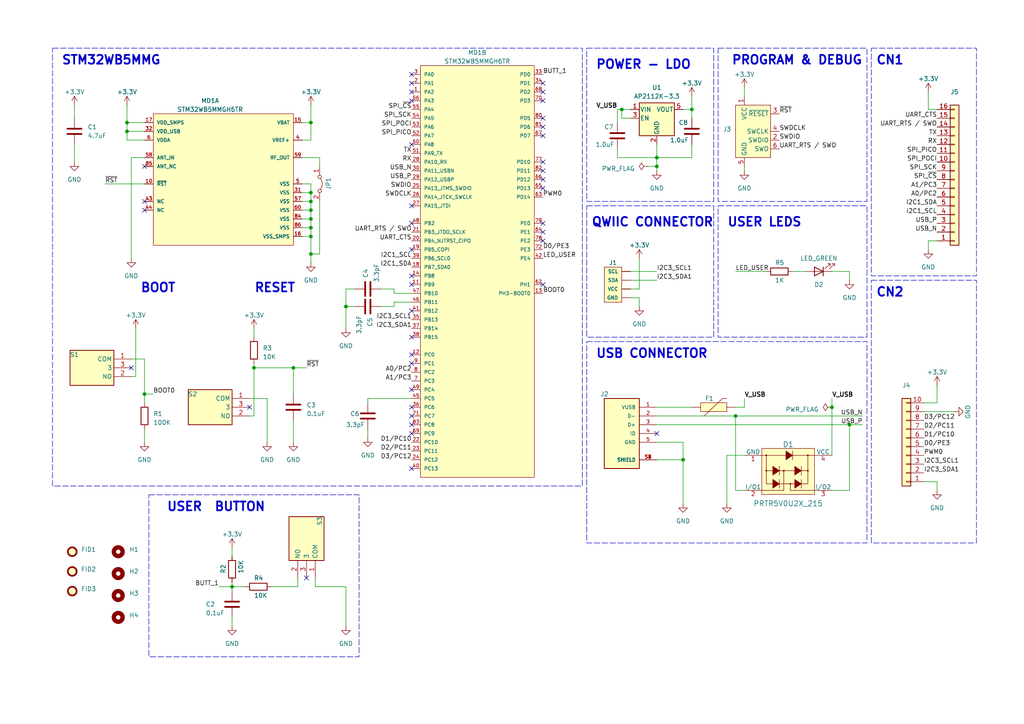
<source format=kicad_sch>
(kicad_sch (version 20230121) (generator eeschema)
  (paper "A4")
  (title_block (title "${project_name}") (date "2023-11-06") (rev "01") (company "Applied Sensors") (comment 1 "Designer: Dima Shlenkevitch"))
  (junction (at 85.09 106.68))
  (junction (at 73.66 106.68))
  (junction (at 36.83 38.1))
  (junction (at 90.17 68.58))
  (junction (at 241.3 118.11))
  (junction (at 41.91 114.3))
  (junction (at 90.17 35.56))
  (junction (at 198.12 133.35))
  (junction (at 90.17 66.04))
  (junction (at 180.34 31.75))
  (junction (at 190.5 48.26))
  (junction (at 90.17 58.42))
  (junction (at 90.17 73.66))
  (junction (at 90.17 60.96))
  (junction (at 213.36 120.65))
  (junction (at 67.31 170.18))
  (junction (at 90.17 55.88))
  (junction (at 200.66 31.75))
  (junction (at 190.5 45.72))
  (junction (at 100.33 88.9))
  (junction (at 90.17 63.5))
  (junction (at 36.83 35.56))
  (junction (at 246.38 123.19))
  (no_connect (at 157.48 34.29))
  (no_connect (at 157.48 29.21))
  (no_connect (at 119.38 90.17))
  (no_connect (at 119.38 123.19))
  (no_connect (at 157.48 24.13))
  (no_connect (at 157.48 82.55))
  (no_connect (at 119.38 80.01))
  (no_connect (at 119.38 125.73))
  (no_connect (at 119.38 135.89))
  (no_connect (at 119.38 72.39))
  (no_connect (at 38.1 106.68))
  (no_connect (at 119.38 29.21))
  (no_connect (at 88.9 167.64))
  (no_connect (at 119.38 105.41))
  (no_connect (at 119.38 64.77))
  (no_connect (at 157.48 49.53))
  (no_connect (at 41.91 60.96))
  (no_connect (at 119.38 113.03))
  (no_connect (at 157.48 64.77))
  (no_connect (at 157.48 36.83))
  (no_connect (at 157.48 52.07))
  (no_connect (at 41.91 48.26))
  (no_connect (at 72.39 118.11))
  (no_connect (at 157.48 46.99))
  (no_connect (at 119.38 102.87))
  (no_connect (at 157.48 26.67))
  (no_connect (at 119.38 21.59))
  (no_connect (at 119.38 120.65))
  (no_connect (at 119.38 118.11))
  (no_connect (at 41.91 58.42))
  (no_connect (at 190.5 125.73))
  (no_connect (at 119.38 24.13))
  (no_connect (at 119.38 97.79))
  (no_connect (at 119.38 26.67))
  (no_connect (at 157.48 39.37))
  (no_connect (at 119.38 41.91))
  (no_connect (at 157.48 54.61))
  (no_connect (at 157.48 67.31))
  (no_connect (at 119.38 59.69))
  (no_connect (at 157.48 69.85))
  (no_connect (at 119.38 82.55))
  (wire (pts (xy 72.39 115.57) (xy 77.47 115.57)))
  (wire (pts (xy 87.63 55.88) (xy 90.17 55.88)))
  (wire (pts (xy 36.83 38.1) (xy 36.83 35.56)))
  (wire (pts (xy 77.47 115.57) (xy 77.47 128.27)))
  (wire (pts (xy 185.42 74.93) (xy 185.42 83.82)))
  (wire (pts (xy 179.07 45.72) (xy 190.5 45.72)))
  (wire (pts (xy 91.44 170.18) (xy 100.33 170.18)))
  (wire (pts (xy 271.78 111.76) (xy 271.78 116.84)))
  (wire (pts (xy 246.38 123.19) (xy 250.19 123.19)))
  (wire (pts (xy 179.07 31.75) (xy 179.07 35.56)))
  (wire (pts (xy 21.59 30.48) (xy 21.59 34.29)))
  (wire (pts (xy 185.42 88.9) (xy 185.42 86.36)))
  (wire (pts (xy 179.07 31.75) (xy 180.34 31.75)))
  (wire (pts (xy 85.09 114.3) (xy 85.09 106.68)))
  (wire (pts (xy 73.66 106.68) (xy 73.66 120.65)))
  (wire (pts (xy 269.24 69.85) (xy 271.78 69.85)))
  (wire (pts (xy 90.17 66.04) (xy 90.17 68.58)))
  (wire (pts (xy 90.17 55.88) (xy 90.17 58.42)))
  (wire (pts (xy 119.38 85.09) (xy 114.3 85.09)))
  (wire (pts (xy 114.3 83.82) (xy 110.49 83.82)))
  (wire (pts (xy 87.63 68.58) (xy 90.17 68.58)))
  (wire (pts (xy 87.63 40.64) (xy 90.17 40.64)))
  (wire (pts (xy 190.5 123.19) (xy 246.38 123.19)))
  (wire (pts (xy 114.3 87.63) (xy 114.3 88.9)))
  (wire (pts (xy 90.17 58.42) (xy 90.17 60.96)))
  (wire (pts (xy 87.63 66.04) (xy 90.17 66.04)))
  (wire (pts (xy 241.3 118.11) (xy 241.3 132.08)))
  (wire (pts (xy 229.87 78.74) (xy 233.68 78.74)))
  (wire (pts (xy 86.36 170.18) (xy 86.36 167.64)))
  (wire (pts (xy 200.66 45.72) (xy 200.66 41.91)))
  (wire (pts (xy 63.5 170.18) (xy 67.31 170.18)))
  (wire (pts (xy 269.24 72.39) (xy 269.24 69.85)))
  (wire (pts (xy 119.38 87.63) (xy 114.3 87.63)))
  (wire (pts (xy 213.36 120.65) (xy 250.19 120.65)))
  (wire (pts (xy 210.82 132.08) (xy 210.82 146.05)))
  (wire (pts (xy 241.3 115.57) (xy 241.3 118.11)))
  (wire (pts (xy 87.63 63.5) (xy 90.17 63.5)))
  (wire (pts (xy 182.88 81.28) (xy 190.5 81.28)))
  (wire (pts (xy 36.83 40.64) (xy 36.83 38.1)))
  (wire (pts (xy 213.36 78.74) (xy 222.25 78.74)))
  (wire (pts (xy 41.91 38.1) (xy 36.83 38.1)))
  (wire (pts (xy 106.68 115.57) (xy 106.68 116.84)))
  (wire (pts (xy 36.83 35.56) (xy 41.91 35.56)))
  (wire (pts (xy 179.07 43.18) (xy 179.07 45.72)))
  (wire (pts (xy 246.38 123.19) (xy 246.38 142.24)))
  (wire (pts (xy 92.71 45.72) (xy 87.63 45.72)))
  (wire (pts (xy 180.34 31.75) (xy 182.88 31.75)))
  (wire (pts (xy 190.5 45.72) (xy 190.5 48.26)))
  (wire (pts (xy 90.17 53.34) (xy 90.17 55.88)))
  (wire (pts (xy 91.44 167.64) (xy 91.44 170.18)))
  (wire (pts (xy 73.66 106.68) (xy 85.09 106.68)))
  (wire (pts (xy 90.17 35.56) (xy 87.63 35.56)))
  (wire (pts (xy 73.66 105.41) (xy 73.66 106.68)))
  (wire (pts (xy 215.9 25.4) (xy 215.9 27.94)))
  (wire (pts (xy 72.39 120.65) (xy 73.66 120.65)))
  (wire (pts (xy 30.48 53.34) (xy 41.91 53.34)))
  (wire (pts (xy 198.12 128.27) (xy 190.5 128.27)))
  (wire (pts (xy 41.91 114.3) (xy 41.91 116.84)))
  (wire (pts (xy 271.78 116.84) (xy 267.97 116.84)))
  (wire (pts (xy 198.12 31.75) (xy 200.66 31.75)))
  (wire (pts (xy 85.09 106.68) (xy 88.9 106.68)))
  (wire (pts (xy 215.9 132.08) (xy 210.82 132.08)))
  (wire (pts (xy 271.78 142.24) (xy 271.78 139.7)))
  (wire (pts (xy 41.91 114.3) (xy 44.45 114.3)))
  (wire (pts (xy 41.91 124.46) (xy 41.91 128.27)))
  (wire (pts (xy 198.12 133.35) (xy 198.12 128.27)))
  (wire (pts (xy 215.9 142.24) (xy 213.36 142.24)))
  (wire (pts (xy 41.91 104.14) (xy 41.91 114.3)))
  (wire (pts (xy 246.38 142.24) (xy 241.3 142.24)))
  (wire (pts (xy 185.42 86.36) (xy 182.88 86.36)))
  (wire (pts (xy 67.31 170.18) (xy 71.12 170.18)))
  (wire (pts (xy 114.3 85.09) (xy 114.3 83.82)))
  (wire (pts (xy 38.1 104.14) (xy 41.91 104.14)))
  (wire (pts (xy 190.5 120.65) (xy 213.36 120.65)))
  (wire (pts (xy 92.71 45.72) (xy 92.71 48.26)))
  (wire (pts (xy 106.68 124.46) (xy 106.68 127)))
  (wire (pts (xy 36.83 30.48) (xy 36.83 35.56)))
  (wire (pts (xy 100.33 95.25) (xy 100.33 88.9)))
  (wire (pts (xy 100.33 88.9) (xy 102.87 88.9)))
  (wire (pts (xy 67.31 179.07) (xy 67.31 181.61)))
  (wire (pts (xy 38.1 74.93) (xy 38.1 45.72)))
  (wire (pts (xy 200.66 31.75) (xy 200.66 34.29)))
  (wire (pts (xy 100.33 83.82) (xy 100.33 88.9)))
  (wire (pts (xy 102.87 83.82) (xy 100.33 83.82)))
  (wire (pts (xy 87.63 60.96) (xy 90.17 60.96)))
  (wire (pts (xy 200.66 27.94) (xy 200.66 31.75)))
  (wire (pts (xy 87.63 53.34) (xy 90.17 53.34)))
  (wire (pts (xy 190.5 48.26) (xy 190.5 49.53)))
  (wire (pts (xy 90.17 68.58) (xy 90.17 73.66)))
  (wire (pts (xy 67.31 170.18) (xy 67.31 171.45)))
  (wire (pts (xy 110.49 88.9) (xy 114.3 88.9)))
  (wire (pts (xy 90.17 30.48) (xy 90.17 35.56)))
  (wire (pts (xy 85.09 121.92) (xy 85.09 128.27)))
  (wire (pts (xy 198.12 146.05) (xy 198.12 133.35)))
  (wire (pts (xy 213.36 120.65) (xy 213.36 142.24)))
  (wire (pts (xy 67.31 158.75) (xy 67.31 161.29)))
  (wire (pts (xy 38.1 45.72) (xy 41.91 45.72)))
  (wire (pts (xy 269.24 31.75) (xy 271.78 31.75)))
  (wire (pts (xy 187.96 48.26) (xy 190.5 48.26)))
  (wire (pts (xy 182.88 34.29) (xy 180.34 34.29)))
  (wire (pts (xy 92.71 73.66) (xy 90.17 73.66)))
  (wire (pts (xy 215.9 48.26) (xy 215.9 49.53)))
  (wire (pts (xy 246.38 81.28) (xy 246.38 78.74)))
  (wire (pts (xy 90.17 40.64) (xy 90.17 35.56)))
  (wire (pts (xy 78.74 170.18) (xy 86.36 170.18)))
  (wire (pts (xy 92.71 73.66) (xy 92.71 58.42)))
  (wire (pts (xy 73.66 95.25) (xy 73.66 97.79)))
  (wire (pts (xy 67.31 168.91) (xy 67.31 170.18)))
  (wire (pts (xy 87.63 58.42) (xy 90.17 58.42)))
  (wire (pts (xy 100.33 170.18) (xy 100.33 181.61)))
  (wire (pts (xy 190.5 118.11) (xy 200.66 118.11)))
  (wire (pts (xy 190.5 41.91) (xy 190.5 45.72)))
  (wire (pts (xy 41.91 40.64) (xy 36.83 40.64)))
  (wire (pts (xy 106.68 115.57) (xy 119.38 115.57)))
  (wire (pts (xy 21.59 41.91) (xy 21.59 46.99)))
  (wire (pts (xy 190.5 133.35) (xy 198.12 133.35)))
  (wire (pts (xy 39.37 95.25) (xy 39.37 109.22)))
  (wire (pts (xy 39.37 109.22) (xy 38.1 109.22)))
  (wire (pts (xy 246.38 78.74) (xy 241.3 78.74)))
  (wire (pts (xy 90.17 60.96) (xy 90.17 63.5)))
  (wire (pts (xy 90.17 63.5) (xy 90.17 66.04)))
  (wire (pts (xy 190.5 45.72) (xy 200.66 45.72)))
  (wire (pts (xy 267.97 119.38) (xy 276.86 119.38)))
  (wire (pts (xy 90.17 73.66) (xy 90.17 76.2)))
  (wire (pts (xy 269.24 26.67) (xy 269.24 31.75)))
  (wire (pts (xy 182.88 78.74) (xy 190.5 78.74)))
  (wire (pts (xy 215.9 115.57) (xy 215.9 118.11)))
  (wire (pts (xy 185.42 83.82) (xy 182.88 83.82)))
  (wire (pts (xy 215.9 118.11) (xy 213.36 118.11)))
  (wire (pts (xy 271.78 139.7) (xy 267.97 139.7)))
  (wire (pts (xy 180.34 31.75) (xy 180.34 34.29)))
  (rectangle (start 252.73 81.28) (end 283.21 157.48) (stroke (width 0) (type dash)))
  (rectangle (start 170.18 13.97) (end 207.01 58.42) (stroke (width 0) (type dash)))
  (rectangle (start 170.18 99.06) (end 251.46 157.48) (stroke (width 0) (type dash)))
  (rectangle (start 43.18 143.51) (end 104.14 190.5) (stroke (width 0) (type dash)))
  (rectangle (start 208.28 59.69) (end 251.46 97.79) (stroke (width 0) (type dash)))
  (rectangle (start 15.24 13.97) (end 168.91 140.97) (stroke (width 0) (type dash)))
  (rectangle (start 252.73 13.97) (end 283.21 80.01) (stroke (width 0) (type dash)))
  (rectangle (start 311.15 -15.24) (end 311.15 -15.24))
  (rectangle (start 170.18 59.69) (end 207.01 97.79) (stroke (width 0) (type dash)))
  (rectangle (start 208.28 13.97) (end 251.46 58.42) (stroke (width 0) (type dash)))
  (text "USB CONNECTOR" (at 172.72 104.14 0) (effects (font (size 2.54 2.54) (thickness 0.508) bold) (justify left bottom)))
  (text "POWER - LDO" (at 172.72 20.32 0) (effects (font (size 2.54 2.54) (thickness 0.508) bold) (justify left bottom)))
  (text "QWIIC CONNECTOR" (at 171.45 66.04 0) (effects (font (size 2.54 2.54) (thickness 0.508) bold) (justify left bottom)))
  (text "RESET" (at 73.66 85.09 0) (effects (font (size 2.54 2.54) (thickness 0.508) bold) (justify left bottom)))
  (text "USER LEDS" (at 210.82 66.04 0) (effects (font (size 2.54 2.54) (thickness 0.508) bold) (justify left bottom)))
  (text "CN2" (at 254 86.36 0) (effects (font (size 2.54 2.54) (thickness 0.508) bold) (justify left bottom)))
  (text "USER  BUTTON" (at 48.26 148.59 0) (effects (font (size 2.54 2.54) (thickness 0.508) bold) (justify left bottom)))
  (text "BOOT" (at 40.64 85.09 0) (effects (font (size 2.54 2.54) (thickness 0.508) bold) (justify left bottom)))
  (text "PROGRAM & DEBUG" (at 212.09 19.05 0) (effects (font (size 2.54 2.54) (thickness 0.508) bold) (justify left bottom)))
  (text "CN1" (at 254 19.05 0) (effects (font (size 2.54 2.54) (thickness 0.508) bold) (justify left bottom)))
  (text "STM32WB5MMG" (at 17.78 19.05 0) (effects (font (size 2.54 2.54) (thickness 0.508) bold) (justify left bottom)))
  (label "A0{slash}PC2" (at 119.38 107.95 180))
  (label "TX" (at 119.38 44.45 180))
  (label "UART_RTS {slash} SWO" (at 271.78 36.83 180))
  (label "USB_N" (at 119.38 49.53 180))
  (label "D0{slash}PE3" (at 267.97 129.54 0))
  (label "PWM0" (at 267.97 132.08 0))
  (label "LED_USER" (at 213.36 78.74 0))
  (label "UART_CTS" (at 271.78 34.29 180))
  (label "V_USB" (at 215.9 115.57 0) (effects (font bold)))
  (label "D1{slash}PC10" (at 119.38 128.27 180))
  (label "BOOT0" (at 157.48 85.09 0))
  (label "I2C1_SCL" (at 119.38 74.93 180))
  (label "LED_USER" (at 157.48 74.93 0))
  (label "D3{slash}PC12" (at 119.38 133.35 180))
  (label "SPI_~{CS}" (at 271.78 52.07 180))
  (label "D0{slash}PE3" (at 157.48 72.39 0))
  (label "~{RST}" (at 30.48 53.34 0))
  (label "I2C1_SDA" (at 271.78 59.69 180))
  (label "UART_RTS {slash} SWO" (at 119.38 67.31 180))
  (label "SPI_POCI" (at 271.78 46.99 180))
  (label "UART_RTS {slash} SWO" (at 226.06 43.18 0))
  (label "SWDCLK" (at 226.06 38.1 0))
  (label "V_USB" (at 179.07 31.75 180) (effects (font bold)))
  (label "A1{slash}PC3" (at 271.78 54.61 180))
  (label "I2C3_SCL1" (at 267.97 134.62 0))
  (label "SWDIO" (at 119.38 54.61 180))
  (label "USB_P" (at 271.78 64.77 180))
  (label "USB_N" (at 271.78 67.31 180))
  (label "RX" (at 271.78 41.91 180))
  (label "BUTT_1" (at 157.48 21.59 0))
  (label "SPI_~{CS}" (at 119.38 31.75 180))
  (label "~{RST}" (at 226.06 33.02 0))
  (label "V_USB" (at 241.3 115.57 0) (effects (font bold)))
  (label "SWDCLK" (at 119.38 57.15 180))
  (label "SPI_SCK" (at 271.78 49.53 180))
  (label "BUTT_1" (at 63.5 170.18 180))
  (label "I2C3_SCL1" (at 190.5 78.74 0))
  (label "PWM0" (at 157.48 57.15 0))
  (label "SPI_POCI" (at 119.38 36.83 180))
  (label "I2C3_SCL1" (at 119.38 92.71 180))
  (label "SPI_PICO" (at 271.78 44.45 180))
  (label "TX" (at 271.78 39.37 180))
  (label "I2C3_SDA1" (at 190.5 81.28 0))
  (label "A0{slash}PC2" (at 271.78 57.15 180))
  (label "A1{slash}PC3" (at 119.38 110.49 180))
  (label "BOOT0" (at 44.45 114.3 0))
  (label "SWDIO" (at 226.06 40.64 0))
  (label "I2C3_SDA1" (at 267.97 137.16 0))
  (label "D3{slash}PC12" (at 267.97 121.92 0))
  (label "~{RST}" (at 88.9 106.68 0))
  (label "D1{slash}PC10" (at 267.97 127 0))
  (label "I2C3_SDA1" (at 119.38 95.25 180))
  (label "D2{slash}PC11" (at 119.38 130.81 180))
  (label "USB_N" (at 250.19 120.65 180))
  (label "I2C1_SDA" (at 119.38 77.47 180))
  (label "USB_P" (at 119.38 52.07 180))
  (label "I2C1_SCL" (at 271.78 62.23 180))
  (label "UART_CTS" (at 119.38 69.85 180))
  (label "USB_P" (at 250.19 123.19 180))
  (label "SPI_SCK" (at 119.38 34.29 180))
  (label "SPI_PICO" (at 119.38 39.37 180))
  (label "RX" (at 119.38 46.99 180))
  (label "D2{slash}PC11" (at 267.97 124.46 0))
  (symbol (lib_id "power:GND") (at 38.1 74.93 0) (unit 1)
    (property "Reference" "#PWR04" (effects hide))
    (property "Value" "GND" (at 38.1 80.01 0))
  )
  (symbol (lib_id "Device:R") (at 67.31 165.1 0) (unit 1)
    (property "Reference" "R2" (at 64.77 166.37 90) (effects (justify left)))
    (property "Value" "10K" (at 69.85 166.37 90) (effects (justify left)))
    (property "Footprint" "Resistor_SMD:R_0603_1608Metric_Pad0.98x0.95mm_HandSolder" (effects hide))
  )
  (symbol (lib_id "dk_TVS-Diodes:PRTR5V0U2X_215") (at 228.6 137.16 0) (unit 1)
    (property "Reference" "D1" (at 228.6 128.905 0) (effects (font (size 1.524 1.524))))
    (property "Value" "PRTR5V0U2X_215" (at 228.6 146.05 0) (effects (font (size 1.524 1.524))))
    (property "Footprint" "digikey-footprints:TO-253-4" (effects hide))
    (property "Datasheet" "https://assets.nexperia.com/documents/data-sheet/PRTR5V0U2X.pdf" (effects hide))
    (property "Digi-Key_PN" "1727-3884-1-ND" (effects hide))
    (property "MPN" "PRTR5V0U2X,215" (effects hide))
    (property "Category" "Circuit Protection" (effects hide))
    (property "Family" "TVS - Diodes" (effects hide))
    (property "DK_Datasheet_Link" "https://assets.nexperia.com/documents/data-sheet/PRTR5V0U2X.pdf" (effects hide))
    (property "DK_Detail_Page" "/product-detail/en/nexperia-usa-inc/PRTR5V0U2X,215/1727-3884-1-ND/1589981" (effects hide))
    (property "Description" "TVS DIODE 5.5V SOT143B" (effects hide))
    (property "Manufacturer" "Nexperia USA Inc." (effects hide))
    (property "Status" "Active" (effects hide))
  )
  (symbol (lib_id "Regulator_Linear:AP2112K-3.3") (at 190.5 34.29 0) (unit 1)
    (property "Reference" "U1" (at 190.5 25.4 0))
    (property "Value" "AP2112K-3.3" (at 190.5 27.94 0))
    (property "Footprint" "Package_TO_SOT_SMD:SOT-23-5" (effects hide))
    (property "Datasheet" "https://www.diodes.com/assets/Datasheets/AP2112.pdf" (effects hide))
  )
  (symbol (lib_id "power:GND") (at 269.24 72.39 0) (unit 1)
    (property "Reference" "#PWR027" (effects hide))
    (property "Value" "GND" (at 269.24 77.47 0))
  )
  (symbol (lib_id "power:GND") (at 90.17 76.2 0) (unit 1)
    (property "Reference" "#PWR013" (effects hide))
    (property "Value" "GND" (at 90.17 81.28 0))
  )
  (symbol (lib_id "Mechanical:Fiducial") (at 20.955 160.02 0) (unit 1)
    (property "Reference" "FID1" (at 23.495 159.385 0) (effects (justify left)))
    (property "Value" "Fiducial" (effects hide))
    (property "Footprint" "Fiducial:Fiducial_0.75mm_Mask1.5mm" (effects hide))
  )
  (symbol (lib_id "Device:C") (at 21.59 38.1 0) (unit 1)
    (property "Reference" "C1" (at 25.4 36.83 0) (effects (justify left)))
    (property "Value" "4.7uF" (at 25.4 39.37 0) (effects (justify left)))
    (property "Footprint" "Capacitor_SMD:C_0603_1608Metric_Pad1.08x0.95mm_HandSolder" (effects hide))
  )
  (symbol (lib_id "power:+3.3V") (at 200.66 27.94 0) (unit 1)
    (property "Reference" "#PWR021" (effects hide))
    (property "Value" "+3.3V" (at 200.66 24.13 0))
  )
  (symbol (lib_id "power:+3.3V") (at 73.66 95.25 0) (unit 1)
    (property "Reference" "#PWR09" (effects hide))
    (property "Value" "+3.3V" (at 73.66 91.44 0))
  )
  (symbol (lib_id "Mechanical:MountingHole") (at 34.29 166.37 0) (unit 1)
    (property "Reference" "H2" (at 37.465 165.735 0) (effects (justify left)))
    (property "Value" "MountingHole" (effects hide))
    (property "Footprint" "MountingHole:MountingHole_2mm" (effects hide))
  )
  (symbol (lib_id "power:GND") (at 210.82 146.05 0) (unit 1)
    (property "Reference" "#PWR022" (effects hide))
    (property "Value" "GND" (at 210.82 151.13 0))
  )
  (symbol (lib_id "power:+3.3V") (at 271.78 111.76 0) (unit 1)
    (property "Reference" "#PWR028" (effects hide))
    (property "Value" "+3.3V" (at 271.78 107.95 0))
  )
  (symbol (lib_id "SparkFun-Connectors:I2C_STANDARDQWIIC") (at 180.34 86.36 0) (unit 1)
    (property "Reference" "J1" (at 177.8 76.2 0))
    (property "Value" "I2C_STANDARDQWIIC" (effects hide))
    (property "Footprint" "Connector_JST:JST_SH_SM04B-SRSS-TB_1x04-1MP_P1.00mm_Horizontal" (effects hide))
    (property "Field4" "CONN-13729" (effects hide))
  )
  (symbol (lib_id "power:GND") (at 190.5 49.53 0) (unit 1)
    (property "Reference" "#PWR019" (effects hide))
    (property "Value" "GND" (at 190.5 54.61 0))
  )
  (symbol (lib_id "Device:R") (at 41.91 120.65 0) (unit 1)
    (property "Reference" "R1" (at 44.45 120.015 0) (effects (justify left)))
    (property "Value" "100K" (at 44.45 122.555 0) (effects (justify left)))
    (property "Footprint" "Resistor_SMD:R_0603_1608Metric_Pad0.98x0.95mm_HandSolder" (effects hide))
  )
  (symbol (lib_id "power:GND") (at 41.91 128.27 0) (unit 1)
    (property "Reference" "#PWR06" (effects hide))
    (property "Value" "GND" (at 41.91 133.35 0))
  )
  (symbol (lib_id "power:+3.3V") (at 67.31 158.75 0) (unit 1)
    (property "Reference" "#PWR07" (effects hide))
    (property "Value" "+3.3V" (at 67.31 154.94 0))
  )
  (symbol (lib_id "Mechanical:MountingHole") (at 34.29 160.02 0) (unit 1)
    (property "Reference" "H1" (at 37.465 159.385 0) (effects (justify left)))
    (property "Value" "MountingHole" (effects hide))
    (property "Footprint" "MountingHole:MountingHole_2mm" (effects hide))
  )
  (symbol (lib_id "power:+3.3V") (at 215.9 25.4 0) (unit 1)
    (property "Reference" "#PWR023" (effects hide))
    (property "Value" "+3.3V" (at 215.9 21.59 0))
  )
  (symbol (lib_id "SparkFun-Fuses:PPTC_HALF-AMP") (at 205.74 118.11 0) (unit 1)
    (property "Reference" "F1" (at 205.74 115.57 0))
    (property "Value" "PPTC_HALF-AMP" (effects hide))
    (property "Footprint" "Fuse:Fuse_1206_3216Metric_Pad1.42x1.75mm_HandSolder" (effects hide))
    (property "Field4" "RES-08585" (effects hide))
  )
  (symbol (lib_id "power:+3.3V") (at 269.24 26.67 0) (unit 1)
    (property "Reference" "#PWR026" (effects hide))
    (property "Value" "+3.3V" (at 269.24 22.86 0))
  )
  (symbol (lib_id "power:GND") (at 246.38 81.28 0) (unit 1)
    (property "Reference" "#PWR025" (effects hide))
    (property "Value" "GND" (at 246.38 86.36 0))
  )
  (symbol (lib_id "Device:C") (at 179.07 39.37 180) (unit 1)
    (property "Reference" "C7" (at 175.26 36.83 0) (effects (justify right)))
    (property "Value" "1.0uF" (at 172.72 41.91 0) (effects (justify right)))
    (property "Footprint" "Capacitor_SMD:C_0603_1608Metric_Pad1.08x0.95mm_HandSolder" (effects hide))
  )
  (symbol (lib_id "power:GND") (at 77.47 128.27 0) (unit 1)
    (property "Reference" "#PWR010" (effects hide))
    (property "Value" "GND" (at 77.47 133.35 0))
  )
  (symbol (lib_id "power:+3.3V") (at 21.59 30.48 0) (unit 1)
    (property "Reference" "#PWR01" (effects hide))
    (property "Value" "+3.3V" (at 21.59 26.67 0))
  )
  (symbol (lib_id "STM32WB5MMGH6TR-MFG:STM32WB5MMGH6TR") (at 116.84 21.59 0) (unit 2)
    (property "Reference" "MD1" (at 138.43 15.24 0))
    (property "Value" "STM32WB5MMGH6TR" (at 138.43 17.78 0))
    (property "Footprint" "STM32WB5MMGH6TR-MFG:STM32WB5MMGH6TR-MFG" (effects hide))
    (property "Datasheet" "https://www.mouser.fr/datasheet/2/389/stm32wb5mmg-1948585.pdf" (effects hide))
    (property "ambient temperature range high" "+85°C" (effects hide))
    (property "ambient temperature range low" "-40°C" (effects hide))
    (property "automotive" "No" (effects hide))
    (property "category" "UNK" (effects hide))
    (property "data rate" "2Mbits/s" (effects hide))
    (property "device class L1" "Integrated Circuits (ICs)" (effects hide))
    (property "device class L2" "RF Semiconductors and Devices" (effects hide))
    (property "device class L3" "Transceivers" (effects hide))
    (property "digikey description" "ULTRA-LOW-POWER DUAL CORE ARM CO" (effects hide))
    (property "digikey part number" "497-STM32WB5MMGH6CT-ND" (effects hide))
    (property "height" "1.428mm" (effects hide))
    (property "interface" "I2C,SPI,UART,USART,USB,IrDA,SMBus" (effects hide))
    (property "lead free" "Yes" (effects hide))
    (property "library id" "e9bd2d8f51095f5d" (effects hide))
    (property "manufacturer" "STMicroelectronics" (effects hide))
    (property "max frequency" "2.4GHz" (effects hide))
    (property "max supply voltage" "3.6V" (effects hide))
    (property "min supply voltage" "1.71V" (effects hide))
    (property "mouser part number" "511-STM32WB5MMGH6TR" (effects hide))
    (property "number of GPIO" "68" (effects hide))
    (property "package" "LGA86" (effects hide))
    (property "rohs" "Yes" (effects hide))
    (property "sensitivity" "-96dBm" (effects hide))
    (property "temperature range high" "+85°C" (effects hide))
    (property "temperature range low" "-40°C" (effects hide))
  )
  (symbol (lib_id "Device:C") (at 67.31 175.26 180) (unit 1)
    (property "Reference" "C2" (at 59.69 175.26 0) (effects (justify right)))
    (property "Value" "0.1uF" (at 59.69 177.8 0) (effects (justify right)))
    (property "Footprint" "Capacitor_SMD:C_0603_1608Metric_Pad1.08x0.95mm_HandSolder" (effects hide))
  )
  (symbol (lib_id "Mechanical:MountingHole") (at 34.29 179.07 0) (unit 1)
    (property "Reference" "H4" (at 37.465 178.435 0) (effects (justify left)))
    (property "Value" "MountingHole" (effects hide))
    (property "Footprint" "MountingHole:MountingHole_2mm" (effects hide))
  )
  (symbol (lib_id "Connector_Generic:Conn_01x10") (at 262.89 129.54 180) (unit 1)
    (property "Reference" "J4" (at 262.89 111.76 0))
    (property "Value" "Conn_01x10" (effects hide))
    (property "Footprint" "Connector_PinSocket_2.54mm:PinSocket_1x10_P2.54mm_Vertical" (effects hide))
  )
  (symbol (lib_id "power:GND") (at 67.31 181.61 0) (unit 1)
    (property "Reference" "#PWR08" (effects hide))
    (property "Value" "GND" (at 67.31 186.69 0))
  )
  (symbol (lib_id "Connector:Conn_ARM_SWD_TagConnect_TC2030") (at 218.44 38.1 0) (unit 1) (in_bom no)
    (property "Reference" "J3" (at 212.09 37.465 0) (effects (justify right)))
    (property "Value" "Conn_ARM_SWD_TagConnect_TC2030" (effects hide))
    (property "Footprint" "Connector:Tag-Connect_TC2030-IDC-NL_2x03_P1.27mm_Vertical" (effects hide))
    (property "Datasheet" "https://www.tag-connect.com/wp-content/uploads/bsk-pdf-manager/TC2030-CTX_1.pdf" (effects hide))
  )
  (symbol (lib_id "power:GND") (at 106.68 127 0) (unit 1)
    (property "Reference" "#PWR016" (effects hide))
    (property "Value" "GND" (at 106.68 132.08 0))
  )
  (symbol (lib_id "power:GND") (at 198.12 146.05 0) (unit 1)
    (property "Reference" "#PWR020" (effects hide))
    (property "Value" "GND" (at 198.12 151.13 0))
  )
  (symbol (lib_id "Device:R") (at 73.66 101.6 0) (unit 1)
    (property "Reference" "R3" (at 76.2 100.965 0) (effects (justify left)))
    (property "Value" "10K" (at 76.2 103.505 0) (effects (justify left)))
    (property "Footprint" "Resistor_SMD:R_0603_1608Metric_Pad0.98x0.95mm_HandSolder" (effects hide))
  )
  (symbol (lib_id "power:PWR_FLAG") (at 241.3 118.11 90) (unit 1)
    (property "Reference" "#FLG02" (effects hide))
    (property "Value" "PWR_FLAG" (at 237.49 118.745 90) (effects (justify left)))
  )
  (symbol (lib_id "Jumper:Jumper_2_Bridged") (at 92.71 53.34 270) (unit 1)
    (property "Reference" "JP1" (at 95.25 51.435 0) (effects (justify left)))
    (property "Value" "Jumper_2_Bridged" (effects hide))
    (property "Footprint" "Jumper:SolderJumper-2_P1.3mm_Bridged_RoundedPad1.0x1.5mm" (effects hide))
  )
  (symbol (lib_name "STM32WB5MMGH6TR_1") (lib_id "STM32WB5MMGH6TR-MFG:STM32WB5MMGH6TR") (at 39.37 35.56 0) (unit 1)
    (property "Reference" "MD1" (at 60.96 29.21 0))
    (property "Value" "STM32WB5MMGH6TR" (at 60.96 31.75 0))
    (property "Footprint" "STM32WB5MMGH6TR-MFG:STM32WB5MMGH6TR-MFG" (effects hide))
    (property "Datasheet" "https://www.mouser.fr/datasheet/2/389/stm32wb5mmg-1948585.pdf" (effects hide))
    (property "ambient temperature range high" "+85°C" (effects hide))
    (property "ambient temperature range low" "-40°C" (effects hide))
    (property "automotive" "No" (effects hide))
    (property "category" "UNK" (effects hide))
    (property "data rate" "2Mbits/s" (effects hide))
    (property "device class L1" "Integrated Circuits (ICs)" (effects hide))
    (property "device class L2" "RF Semiconductors and Devices" (effects hide))
    (property "device class L3" "Transceivers" (effects hide))
    (property "digikey description" "ULTRA-LOW-POWER DUAL CORE ARM CO" (effects hide))
    (property "digikey part number" "497-STM32WB5MMGH6CT-ND" (effects hide))
    (property "height" "1.428mm" (effects hide))
    (property "interface" "I2C,SPI,UART,USART,USB,IrDA,SMBus" (effects hide))
    (property "lead free" "Yes" (effects hide))
    (property "library id" "e9bd2d8f51095f5d" (effects hide))
    (property "manufacturer" "STMicroelectronics" (effects hide))
    (property "max frequency" "2.4GHz" (effects hide))
    (property "max supply voltage" "3.6V" (effects hide))
    (property "min supply voltage" "1.71V" (effects hide))
    (property "mouser part number" "511-STM32WB5MMGH6TR" (effects hide))
    (property "number of GPIO" "68" (effects hide))
    (property "package" "LGA86" (effects hide))
    (property "rohs" "Yes" (effects hide))
    (property "sensitivity" "-96dBm" (effects hide))
    (property "temperature range high" "+85°C" (effects hide))
    (property "temperature range low" "-40°C" (effects hide))
  )
  (symbol (lib_id "Switch-B3U-1000P-B:B3U-1000P-B") (at 72.39 120.65 180) (unit 1)
    (property "Reference" "S2" (at 55.88 114.3 0))
    (property "Value" "B3U-1000P-B" (effects hide))
    (property "Footprint" "Switch-B3U-1100P-B:Omron_Electronics_Inc-EMC_Div-B3U-1100P-B-MFG" (effects hide))
    (property "Datasheet" "http://omronfs.omron.com/en_US/ecb/products/pdf/en-b3u.pdf" (effects hide))
    (property "Height" "1" (effects hide))
    (property "Mouser Part Number" "653-B3U-1000P-B" (effects hide))
    (property "Mouser Price/Stock" "https://www.mouser.co.uk/ProductDetail/Omron-Electronics/B3U-1000P-B?qs=AO7BQMcsEu6QxhKppRpaJA%3D%3D" (effects hide))
    (property "Manufacturer_Name" "Omron Electronics" (effects hide))
    (property "Manufacturer_Part_Number" "B3U-1000P-B" (effects hide))
  )
  (symbol (lib_id "power:GND") (at 276.86 119.38 90) (unit 1)
    (property "Reference" "#PWR030" (effects hide))
    (property "Value" "GND" (at 280.7096 117.3983 0) (effects (justify right)))
  )
  (symbol (lib_id "Switch-B3U-1000P-B:B3U-1000P-B") (at 38.1 109.22 180) (unit 1)
    (property "Reference" "S1" (at 21.59 102.87 0))
    (property "Value" "B3U-1000P-B" (effects hide))
    (property "Footprint" "Switch-B3U-1100P-B:Omron_Electronics_Inc-EMC_Div-B3U-1100P-B-MFG" (effects hide))
    (property "Datasheet" "http://omronfs.omron.com/en_US/ecb/products/pdf/en-b3u.pdf" (effects hide))
    (property "Height" "1" (effects hide))
    (property "Mouser Part Number" "653-B3U-1000P-B" (effects hide))
    (property "Mouser Price/Stock" "https://www.mouser.co.uk/ProductDetail/Omron-Electronics/B3U-1000P-B?qs=AO7BQMcsEu6QxhKppRpaJA%3D%3D" (effects hide))
    (property "Manufacturer_Name" "Omron Electronics" (effects hide))
    (property "Manufacturer_Part_Number" "B3U-1000P-B" (effects hide))
  )
  (symbol (lib_id "power:GND") (at 21.59 46.99 0) (unit 1)
    (property "Reference" "#PWR02" (effects hide))
    (property "Value" "GND" (at 21.59 52.07 0))
  )
  (symbol (lib_id "power:+3.3V") (at 36.83 30.48 0) (unit 1)
    (property "Reference" "#PWR03" (effects hide))
    (property "Value" "+3.3V" (at 36.83 26.67 0))
  )
  (symbol (lib_id "power:+3.3V") (at 90.17 30.48 0) (unit 1)
    (property "Reference" "#PWR012" (effects hide))
    (property "Value" "+3.3V" (at 90.17 26.67 0))
  )
  (symbol (lib_id "Device:C") (at 85.09 118.11 0) (unit 1)
    (property "Reference" "C3" (at 88.9 117.475 0) (effects (justify left)))
    (property "Value" "0.1uF" (at 88.9 120.015 0) (effects (justify left)))
    (property "Footprint" "Capacitor_SMD:C_0603_1608Metric_Pad1.08x0.95mm_HandSolder" (effects hide))
  )
  (symbol (lib_id "Device:LED") (at 237.49 78.74 180) (unit 1)
    (property "Reference" "D2" (at 237.49 82.55 0))
    (property "Value" "LED_GREEN" (at 237.49 74.93 0))
    (property "Footprint" "LED_SMD:LED_0805_2012Metric_Pad1.15x1.40mm_HandSolder" (effects hide))
  )
  (symbol (lib_id "Mechanical:MountingHole") (at 34.29 172.72 0) (unit 1)
    (property "Reference" "H3" (at 37.465 172.085 0) (effects (justify left)))
    (property "Value" "MountingHole" (effects hide))
    (property "Footprint" "MountingHole:MountingHole_2mm" (effects hide))
  )
  (symbol (lib_id "Device:C") (at 106.68 83.82 270) (unit 1)
    (property "Reference" "C4" (at 106.045 80.645 0) (effects (justify right)))
    (property "Value" "3.3pF" (at 109.22 81.915 0) (effects (justify right)))
    (property "Footprint" "Capacitor_SMD:C_0402_1005Metric_Pad0.74x0.62mm_HandSolder" (effects hide))
  )
  (symbol (lib_id "power:GND") (at 85.09 128.27 0) (unit 1)
    (property "Reference" "#PWR011" (effects hide))
    (property "Value" "GND" (at 85.09 133.35 0))
  )
  (symbol (lib_id "Device:R") (at 74.93 170.18 270) (unit 1)
    (property "Reference" "R4" (at 73.66 167.64 90) (effects (justify left)))
    (property "Value" "10K" (at 73.66 172.72 90) (effects (justify left)))
    (property "Footprint" "Resistor_SMD:R_0603_1608Metric_Pad0.98x0.95mm_HandSolder" (effects hide))
  )
  (symbol (lib_id "power:GND") (at 100.33 181.61 0) (unit 1)
    (property "Reference" "#PWR015" (effects hide))
    (property "Value" "GND" (at 100.33 186.69 0))
  )
  (symbol (lib_id "Device:R") (at 226.06 78.74 270) (unit 1)
    (property "Reference" "R5" (at 224.79 76.2 90) (effects (justify left)))
    (property "Value" "1K" (at 224.79 81.28 90) (effects (justify left)))
    (property "Footprint" "Resistor_SMD:R_0603_1608Metric_Pad0.98x0.95mm_HandSolder" (effects hide))
  )
  (symbol (lib_id "power:+3.3V") (at 39.37 95.25 0) (unit 1)
    (property "Reference" "#PWR05" (effects hide))
    (property "Value" "+3.3V" (at 39.37 91.44 0))
  )
  (symbol (lib_id "USB-micro-10118193-0001LF:10118193-0001LF") (at 180.34 125.73 0) (mirror y) (unit 1)
    (property "Reference" "J2" (at 176.53 114.3 0) (effects (justify left)))
    (property "Value" "10118193-0001LF" (effects hide))
    (property "Footprint" "USB_micro_10118193:USB-micro-AMPHENOL_10118193-0001LF" (effects hide))
    (property "MF" "Amphenol ICC" (effects hide))
    (property "MAXIMUM_PACKAGE_HEIGHT" "2.55 mm" (effects hide))
    (property "Package" "None" (effects hide))
    (property "Price" "None" (effects hide))
    (property "Check_prices" "https://www.snapeda.com/parts/10118193-0001LF/Amphenol+FCI/view-part/?ref=eda" (effects hide))
    (property "STANDARD" "Manufacturer Recommendations" (effects hide))
    (property "PARTREV" "E" (effects hide))
    (property "SnapEDA_Link" "https://www.snapeda.com/parts/10118193-0001LF/Amphenol+FCI/view-part/?ref=snap" (effects hide))
    (property "MP" "10118193-0001LF" (effects hide))
    (property "Purchase-URL" "https://www.snapeda.com/api/url_track_click_mouser/?unipart_id=110244&manufacturer=Amphenol ICC&part_name=10118193-0001LF&search_term=None" (effects hide))
    (property "Description" "\nRight Angle Surface Mount Mount Female USB Connector 100 V ac 1.8A | Amphenol FCI (Amphenol CS) 10118193-0001LF\n" (effects hide))
    (property "Availability" "In Stock" (effects hide))
    (property "MANUFACTURER" "Amphenol FCI" (effects hide))
  )
  (symbol (lib_id "power:GND") (at 185.42 88.9 0) (unit 1)
    (property "Reference" "#PWR018" (effects hide))
    (property "Value" "GND" (at 185.42 93.98 0))
  )
  (symbol (lib_id "Device:C") (at 200.66 38.1 180) (unit 1)
    (property "Reference" "C8" (at 196.85 35.56 0) (effects (justify right)))
    (property "Value" "1.0uF" (at 194.31 40.64 0) (effects (justify right)))
    (property "Footprint" "Capacitor_SMD:C_0603_1608Metric_Pad1.08x0.95mm_HandSolder" (effects hide))
  )
  (symbol (lib_id "power:PWR_FLAG") (at 187.96 48.26 90) (unit 1)
    (property "Reference" "#FLG01" (effects hide))
    (property "Value" "PWR_FLAG" (at 184.15 48.895 90) (effects (justify left)))
  )
  (symbol (lib_id "Device:C") (at 106.68 88.9 90) (unit 1)
    (property "Reference" "C5" (at 107.315 92.075 0) (effects (justify right)))
    (property "Value" "3.3pF" (at 104.14 91.44 0) (effects (justify right)))
    (property "Footprint" "Capacitor_SMD:C_0402_1005Metric_Pad0.74x0.62mm_HandSolder" (effects hide))
  )
  (symbol (lib_id "power:GND") (at 100.33 95.25 0) (unit 1)
    (property "Reference" "#PWR014" (effects hide))
    (property "Value" "GND" (at 100.33 100.33 0))
  )
  (symbol (lib_id "power:GND") (at 271.78 142.24 0) (unit 1)
    (property "Reference" "#PWR029" (effects hide))
    (property "Value" "GND" (at 271.78 147.32 0))
  )
  (symbol (lib_id "Connector_Generic:Conn_01x16") (at 276.86 52.07 0) (mirror x) (unit 1)
    (property "Reference" "J5" (at 276.86 26.67 0))
    (property "Value" "Conn_01x16" (effects hide))
    (property "Footprint" "Connector_PinHeader_2.54mm:PinHeader_1x16_P2.54mm_Vertical" (effects hide))
  )
  (symbol (lib_id "power:+3.3V") (at 185.42 74.93 0) (unit 1)
    (property "Reference" "#PWR017" (effects hide))
    (property "Value" "+3.3V" (at 185.42 71.12 0))
  )
  (symbol (lib_id "Mechanical:Fiducial") (at 20.955 171.45 0) (unit 1)
    (property "Reference" "FID3" (at 23.495 170.815 0) (effects (justify left)))
    (property "Value" "Fiducial" (effects hide))
    (property "Footprint" "Fiducial:Fiducial_0.75mm_Mask1.5mm" (effects hide))
  )
  (symbol (lib_id "Device:C") (at 106.68 120.65 180) (unit 1)
    (property "Reference" "C6" (at 101.6 120.015 0) (effects (justify right)))
    (property "Value" "3.3pF" (at 100.33 123.19 0) (effects (justify right)))
    (property "Footprint" "Capacitor_SMD:C_0402_1005Metric_Pad0.74x0.62mm_HandSolder" (effects hide))
  )
  (symbol (lib_id "Switch-B3U-1000P-B:B3U-1000P-B") (at 86.36 167.64 90) (unit 1)
    (property "Reference" "S3" (at 92.71 151.13 0))
    (property "Value" "B3U-1000P-B" (effects hide))
    (property "Footprint" "Switch-B3U-1100P-B:Omron_Electronics_Inc-EMC_Div-B3U-1100P-B-MFG" (effects hide))
    (property "Datasheet" "http://omronfs.omron.com/en_US/ecb/products/pdf/en-b3u.pdf" (effects hide))
    (property "Height" "1" (effects hide))
    (property "Mouser Part Number" "653-B3U-1000P-B" (effects hide))
    (property "Mouser Price/Stock" "https://www.mouser.co.uk/ProductDetail/Omron-Electronics/B3U-1000P-B?qs=AO7BQMcsEu6QxhKppRpaJA%3D%3D" (effects hide))
    (property "Manufacturer_Name" "Omron Electronics" (effects hide))
    (property "Manufacturer_Part_Number" "B3U-1000P-B" (effects hide))
  )
  (symbol (lib_id "Mechanical:Fiducial") (at 20.955 165.735 0) (unit 1)
    (property "Reference" "FID2" (at 23.495 165.1 0) (effects (justify left)))
    (property "Value" "Fiducial" (effects hide))
    (property "Footprint" "Fiducial:Fiducial_0.75mm_Mask1.5mm" (effects hide))
  )
  (symbol (lib_id "power:GND") (at 215.9 49.53 0) (unit 1)
    (property "Reference" "#PWR024" (effects hide))
    (property "Value" "GND" (at 215.9 54.61 0))
  )
)
</source>
